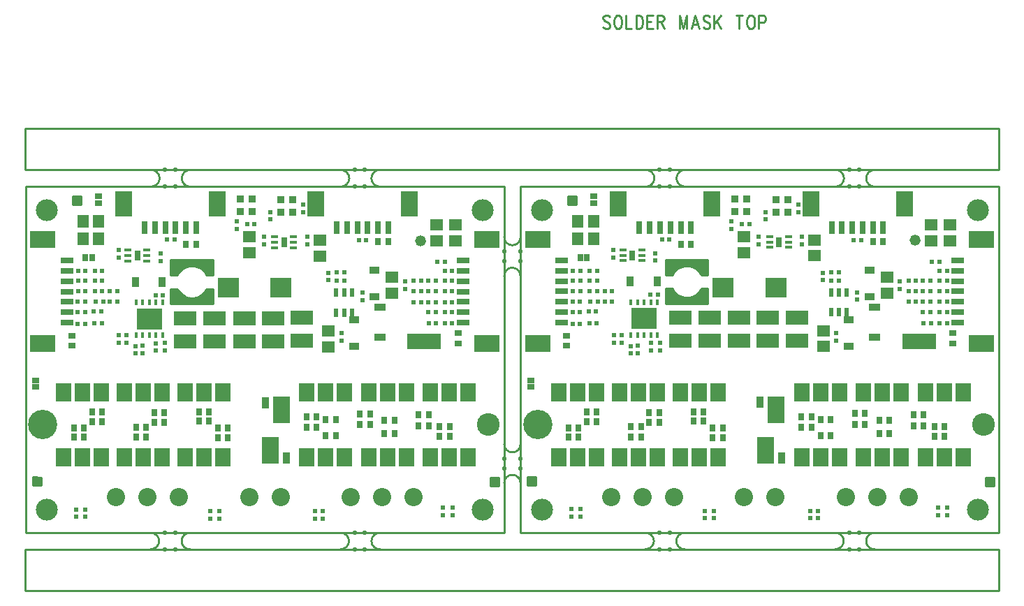
<source format=gbr>
*
%LPD*%
%LN2FOC-SMT*%
%FSLAX24Y24*%
%MOIN*%
%SRX1Y1I0.0J0.0*%
%AD*%
%ADD11C,0.010000*%
%ADD18C,0.009130*%
%ADD81C,0.087000*%
%ADD82R,0.104360X0.096490*%
%ADD84C,0.104360*%
%ADD85R,0.026000X0.037000*%
%ADD86R,0.037000X0.026000*%
%ADD87C,0.042000*%
%ADD88C,0.139800*%
%ADD89C,0.108300*%
%ADD90R,0.023650X0.023650*%
%ADD91R,0.054000X0.062000*%
%ADD92R,0.062000X0.054000*%
%ADD93R,0.162000X0.078000*%
%ADD94R,0.034000X0.034000*%
%ADD95R,0.081920X0.127200*%
%ADD96R,0.031920X0.057120*%
%ADD97R,0.077000X0.086000*%
%ADD98R,0.033500X0.013810*%
%ADD99R,0.031530X0.049240*%
%ADD100R,0.108000X0.065000*%
%ADD101R,0.021690X0.021690*%
%ADD102R,0.050030X0.037830*%
%ADD103R,0.037830X0.050030*%
%ADD104R,0.053180X0.037430*%
%ADD105R,0.017750X0.025620*%
%ADD106R,0.120110X0.104360*%
%ADD107R,0.022870X0.043340*%
%ADD108C,0.052000*%
%ADD109R,0.064990X0.029560*%
%ADD110R,0.120110X0.084680*%
%ADD111R,0.029560X0.064990*%
%ADD112R,0.084680X0.120110*%
%ADD113C,0.022000*%
G54D11*
G1X9385Y26153D2*
G1X9785Y26150D1*
G1X9785Y25753D1*
G1X9385Y25753D1*
G1X9385Y26153D1*
G1X29307Y12727D2*
G1X29707Y12725D1*
G1X29707Y12328D1*
G1X29307Y12328D1*
G1X29307Y12727D1*
G1X7456Y12747D2*
G1X7856Y12745D1*
G1X7856Y12347D1*
G1X7456Y12347D1*
G1X7456Y12747D1*
G1X9404Y25753D2*
G1X9785Y26134D1*
G1X9531Y25753D2*
G1X9785Y26007D1*
G1X9658Y25753D2*
G1X9785Y25880D1*
G1X9385Y25862D2*
G1X9674Y26151D1*
G1X9385Y25989D2*
G1X9548Y26152D1*
G1X9385Y26116D2*
G1X9421Y26152D1*
G1X29325Y12328D2*
G1X29707Y12709D1*
G1X29452Y12328D2*
G1X29707Y12582D1*
G1X29580Y12328D2*
G1X29707Y12455D1*
G1X29307Y12437D2*
G1X29596Y12726D1*
G1X29307Y12564D2*
G1X29469Y12726D1*
G1X29307Y12691D2*
G1X29343Y12727D1*
G1X7475Y12347D2*
G1X7856Y12729D1*
G1X7602Y12347D2*
G1X7856Y12602D1*
G1X7729Y12347D2*
G1X7856Y12474D1*
G1X7456Y12456D2*
G1X7745Y12745D1*
G1X7456Y12584D2*
G1X7619Y12746D1*
G1X7456Y12711D2*
G1X7492Y12747D1*
G1X7125Y10087D2*
G1X29959Y10087D1*
G1X29959Y26622D1*
G1X7125Y26622D1*
G1X7125Y10087D1*
G1X13104Y26617D2*
G75*
G3X13105Y27417I17J400D1*
G74*
G1X14995Y27417D2*
G75*
G3X14994Y26617I-17J-400D1*
G74*
G1X22154Y26617D2*
G75*
G3X22155Y27417I17J400D1*
G74*
G1X24045Y27417D2*
G75*
G3X24044Y26617I-17J-400D1*
G74*
G1X13094Y9311D2*
G75*
G3X13095Y10087I16J388D1*
G74*
G1X14975Y10086D2*
G75*
G3X14974Y9307I-16J-390D1*
G74*
G1X22154Y9311D2*
G75*
G3X22155Y10087I16J388D1*
G74*
G1X24035Y10086D2*
G75*
G3X24034Y9307I-16J-390D1*
G74*
G1X30741Y12456D2*
G75*
G3X29965Y12457I-388J16D1*
G74*
G1X29966Y14337D2*
G75*
G3X30745Y14337I390J-16D1*
G74*
G1X7118Y29383D2*
G1X53575Y29383D1*
G1X53575Y27415D1*
G1X7118Y27415D1*
G1X7118Y29383D1*
G1X30740Y10092D2*
G1X53575Y10092D1*
G1X53575Y26627D1*
G1X30740Y26627D1*
G1X30740Y10092D1*
G1X7118Y9304D2*
G1X53575Y9304D1*
G1X53575Y7336D1*
G1X7118Y7336D1*
G1X7118Y9304D1*
G1X30741Y22346D2*
G75*
G3X29965Y22347I-388J16D1*
G74*
G1X29966Y24227D2*
G75*
G3X30745Y24227I390J-16D1*
G74*
G1X38605Y27417D2*
G75*
G3X38604Y26617I-17J-400D1*
G74*
G1X36714Y26617D2*
G75*
G3X36715Y27417I17J400D1*
G74*
G1X45764Y26617D2*
G75*
G3X45765Y27417I17J400D1*
G74*
G1X47655Y27417D2*
G75*
G3X47654Y26617I-17J-400D1*
G74*
G1X47645Y10086D2*
G75*
G3X47644Y9307I-16J-390D1*
G74*
G1X45764Y9311D2*
G75*
G3X45765Y10087I16J388D1*
G74*
G1X38585Y10086D2*
G75*
G3X38584Y9307I-16J-390D1*
G74*
G1X36704Y9311D2*
G75*
G3X36705Y10087I16J388D1*
G74*
G1X14050Y21028D2*
G54D18*
G1X16065Y21028D1*
G1X16065Y21744D1*
G1X15743Y21744D1*
G1X15743Y21740D1*
G1X15739Y21724D1*
G1X15700Y21649D1*
G1X15593Y21520D1*
G1X15459Y21417D1*
G1X15307Y21345D1*
G1X15142Y21309D1*
G1X14973Y21309D1*
G1X14809Y21345D1*
G1X14656Y21417D1*
G1X14523Y21520D1*
G1X14415Y21649D1*
G1X14376Y21724D1*
G1X14372Y21740D1*
G1X14372Y21744D1*
G1X14050Y21744D1*
G1X14050Y21028D1*
G1X14053Y21028D2*
G1X14053Y21744D1*
G1X14099Y21028D2*
G1X14099Y21744D1*
G1X14144Y21028D2*
G1X14144Y21744D1*
G1X14190Y21028D2*
G1X14190Y21744D1*
G1X14236Y21028D2*
G1X14236Y21744D1*
G1X14281Y21028D2*
G1X14281Y21744D1*
G1X14327Y21028D2*
G1X14327Y21744D1*
G1X14373Y21028D2*
G1X14373Y21739D1*
G1X14418Y21028D2*
G1X14418Y21645D1*
G1X14464Y21028D2*
G1X14464Y21590D1*
G1X14510Y21028D2*
G1X14510Y21535D1*
G1X14555Y21028D2*
G1X14555Y21495D1*
G1X14601Y21028D2*
G1X14601Y21459D1*
G1X14647Y21028D2*
G1X14647Y21424D1*
G1X14692Y21028D2*
G1X14692Y21400D1*
G1X14738Y21028D2*
G1X14738Y21378D1*
G1X14784Y21028D2*
G1X14784Y21357D1*
G1X14829Y21028D2*
G1X14829Y21341D1*
G1X14875Y21028D2*
G1X14875Y21330D1*
G1X14921Y21028D2*
G1X14921Y21320D1*
G1X14966Y21028D2*
G1X14966Y21310D1*
G1X15012Y21028D2*
G1X15012Y21309D1*
G1X15058Y21028D2*
G1X15058Y21309D1*
G1X15103Y21028D2*
G1X15103Y21309D1*
G1X15149Y21028D2*
G1X15149Y21310D1*
G1X15195Y21028D2*
G1X15195Y21320D1*
G1X15240Y21028D2*
G1X15240Y21330D1*
G1X15286Y21028D2*
G1X15286Y21341D1*
G1X15332Y21028D2*
G1X15332Y21357D1*
G1X15377Y21028D2*
G1X15377Y21378D1*
G1X15423Y21028D2*
G1X15423Y21400D1*
G1X15469Y21028D2*
G1X15469Y21424D1*
G1X15514Y21028D2*
G1X15514Y21459D1*
G1X15560Y21028D2*
G1X15560Y21495D1*
G1X15606Y21028D2*
G1X15606Y21535D1*
G1X15651Y21028D2*
G1X15651Y21590D1*
G1X15697Y21028D2*
G1X15697Y21645D1*
G1X15743Y21028D2*
G1X15743Y21739D1*
G1X15788Y21028D2*
G1X15788Y21744D1*
G1X15834Y21028D2*
G1X15834Y21744D1*
G1X15880Y21028D2*
G1X15880Y21744D1*
G1X15925Y21028D2*
G1X15925Y21744D1*
G1X15971Y21028D2*
G1X15971Y21744D1*
G1X16017Y21028D2*
G1X16017Y21744D1*
G1X16062Y21028D2*
G1X16062Y21744D1*
G1X14050Y22406D2*
G1X14372Y22406D1*
G1X14372Y22410D1*
G1X14376Y22426D1*
G1X14415Y22501D1*
G1X14523Y22630D1*
G1X14656Y22733D1*
G1X14809Y22805D1*
G1X14973Y22841D1*
G1X15142Y22841D1*
G1X15307Y22805D1*
G1X15459Y22733D1*
G1X15593Y22630D1*
G1X15700Y22501D1*
G1X15739Y22426D1*
G1X15743Y22410D1*
G1X15743Y22406D1*
G1X16065Y22406D1*
G1X16065Y23122D1*
G1X14050Y23122D1*
G1X14050Y22406D1*
G1X14053Y22406D2*
G1X14053Y23122D1*
G1X14099Y22406D2*
G1X14099Y23122D1*
G1X14144Y22406D2*
G1X14144Y23122D1*
G1X14190Y22406D2*
G1X14190Y23122D1*
G1X14236Y22406D2*
G1X14236Y23122D1*
G1X14281Y22406D2*
G1X14281Y23122D1*
G1X14327Y22406D2*
G1X14327Y23122D1*
G1X14373Y22411D2*
G1X14373Y23122D1*
G1X14418Y22505D2*
G1X14418Y23122D1*
G1X14464Y22560D2*
G1X14464Y23122D1*
G1X14510Y22614D2*
G1X14510Y23122D1*
G1X14555Y22655D2*
G1X14555Y23122D1*
G1X14601Y22691D2*
G1X14601Y23122D1*
G1X14647Y22726D2*
G1X14647Y23122D1*
G1X14692Y22750D2*
G1X14692Y23122D1*
G1X14738Y22772D2*
G1X14738Y23122D1*
G1X14784Y22793D2*
G1X14784Y23122D1*
G1X14829Y22809D2*
G1X14829Y23122D1*
G1X14875Y22819D2*
G1X14875Y23122D1*
G1X14921Y22830D2*
G1X14921Y23122D1*
G1X14966Y22840D2*
G1X14966Y23122D1*
G1X15012Y22841D2*
G1X15012Y23122D1*
G1X15058Y22841D2*
G1X15058Y23122D1*
G1X15103Y22841D2*
G1X15103Y23122D1*
G1X15149Y22840D2*
G1X15149Y23122D1*
G1X15195Y22830D2*
G1X15195Y23122D1*
G1X15240Y22819D2*
G1X15240Y23122D1*
G1X15286Y22809D2*
G1X15286Y23122D1*
G1X15332Y22793D2*
G1X15332Y23122D1*
G1X15377Y22772D2*
G1X15377Y23122D1*
G1X15423Y22750D2*
G1X15423Y23122D1*
G1X15469Y22726D2*
G1X15469Y23122D1*
G1X15514Y22691D2*
G1X15514Y23122D1*
G1X15560Y22655D2*
G1X15560Y23122D1*
G1X15606Y22614D2*
G1X15606Y23122D1*
G1X15651Y22560D2*
G1X15651Y23122D1*
G1X15697Y22505D2*
G1X15697Y23122D1*
G1X15743Y22411D2*
G1X15743Y23122D1*
G1X15788Y22406D2*
G1X15788Y23122D1*
G1X15834Y22406D2*
G1X15834Y23122D1*
G1X15880Y22406D2*
G1X15880Y23122D1*
G1X15925Y22406D2*
G1X15925Y23122D1*
G1X15971Y22406D2*
G1X15971Y23122D1*
G1X16017Y22406D2*
G1X16017Y23122D1*
G1X16062Y22406D2*
G1X16062Y23122D1*
G54D81*
G1X17792Y11804D3*
G1X19292Y11804D3*
G1X11442Y11804D3*
G1X12942Y11804D3*
G1X14442Y11804D3*
G1X22642Y11804D3*
G1X24142Y11804D3*
G1X25642Y11804D3*
G54D82*
G1X16790Y21799D3*
G1X19310Y21799D3*
G54D84*
G1X8142Y11204D3*
G1X28942Y11204D3*
G1X8142Y25504D3*
G1X28942Y25504D3*
G54D85*
G1X10294Y23236D3*
G1X9979Y23236D3*
G1X9904Y14654D3*
G1X9424Y14654D3*
G1X12876Y14673D3*
G1X12396Y14673D3*
G1X16774Y15087D3*
G1X16294Y15087D3*
G1X10290Y15402D3*
G1X10770Y15402D3*
G1X13263Y15815D3*
G1X13743Y15815D3*
G1X15389Y15874D3*
G1X15869Y15874D3*
G1X15389Y15421D3*
G1X15869Y15421D3*
G1X9904Y15106D3*
G1X9424Y15106D3*
G1X12876Y15146D3*
G1X12396Y15146D3*
G1X16774Y14634D3*
G1X16294Y14634D3*
G1X10290Y15854D3*
G1X10770Y15854D3*
G1X13263Y15362D3*
G1X13743Y15362D3*
G1X21932Y14732D3*
G1X21452Y14732D3*
G1X24727Y14831D3*
G1X24247Y14831D3*
G1X27365Y14693D3*
G1X26885Y14693D3*
G1X20526Y15638D3*
G1X21006Y15638D3*
G1X23085Y15776D3*
G1X23565Y15776D3*
G1X25881Y15717D3*
G1X26361Y15717D3*
G1X20526Y15126D3*
G1X21006Y15126D3*
G1X21932Y15480D3*
G1X21452Y15480D3*
G1X24727Y15461D3*
G1X24247Y15461D3*
G1X23085Y15264D3*
G1X23565Y15264D3*
G1X27365Y15166D3*
G1X26885Y15166D3*
G1X25881Y15205D3*
G1X26361Y15205D3*
G1X24432Y23984D3*
G1X23952Y23984D3*
G1X15258Y23866D3*
G1X14778Y23866D3*
G54D86*
G1X7617Y17055D3*
G1X7617Y17370D3*
G1X9329Y19500D3*
G1X9329Y19020D3*
G1X27755Y19618D3*
G1X27755Y19138D3*
G1X10609Y26150D3*
G1X10609Y25835D3*
G54D87*
G1X9585Y25953D3*
G1X29507Y12528D3*
G1X7656Y12547D3*
G54D88*
G1X7945Y15254D3*
G54D89*
G1X29205Y15254D3*
G54D90*
G1X10786Y22587D3*
G1X10432Y22587D3*
G1X10786Y21622D3*
G1X10432Y21622D3*
G1X10825Y21130D3*
G1X10471Y21130D3*
G1X10766Y20087D3*
G1X10412Y20087D3*
G1X9979Y22114D3*
G1X9625Y22114D3*
G1X9979Y21622D3*
G1X9625Y21622D3*
G1X9959Y21130D3*
G1X9605Y21130D3*
G1X9959Y20618D3*
G1X9605Y20618D3*
G1X10727Y20658D3*
G1X10373Y20658D3*
G1X10786Y22114D3*
G1X10432Y22114D3*
G1X9625Y22587D3*
G1X9979Y22587D3*
G1X9605Y20067D3*
G1X9959Y20067D3*
G1X27479Y20087D3*
G1X27125Y20087D3*
G1X26337Y20618D3*
G1X26692Y20618D3*
G1X26337Y22114D3*
G1X26692Y22114D3*
G1X27479Y22587D3*
G1X27125Y22587D3*
G1X11140Y21622D3*
G1X11495Y21622D3*
G1X27125Y22114D3*
G1X27479Y22114D3*
G1X27125Y21622D3*
G1X27479Y21622D3*
G1X27125Y21110D3*
G1X27479Y21110D3*
G1X27125Y20618D3*
G1X27479Y20618D3*
G1X26711Y20087D3*
G1X26357Y20087D3*
G1X26692Y21110D3*
G1X26337Y21110D3*
G1X26692Y21622D3*
G1X26337Y21622D3*
G1X26003Y22114D3*
G1X25648Y22114D3*
G1X11140Y21130D3*
G1X11495Y21130D3*
G1X25648Y21622D3*
G1X26003Y21622D3*
G1X25648Y21110D3*
G1X26003Y21110D3*
G1X27125Y23020D3*
G1X26770Y23020D3*
G1X18503Y23866D3*
G1X18503Y24221D3*
G1X18818Y25402D3*
G1X18818Y25047D3*
G1X20373Y25756D3*
G1X20373Y25402D3*
G1X17203Y24949D3*
G1X17203Y24595D3*
G1X18050Y24831D3*
G1X17696Y24831D3*
G1X14231Y24083D3*
G1X13877Y24083D3*
G1X23385Y24063D3*
G1X23030Y24063D3*
G1X15924Y11130D3*
G1X15924Y10776D3*
G1X9979Y10854D3*
G1X9979Y11209D3*
G1X16357Y10776D3*
G1X16357Y11130D3*
G1X25235Y22095D3*
G1X25235Y21740D3*
G1X22203Y19260D3*
G1X22203Y19614D3*
G1X27046Y11288D3*
G1X27046Y10933D3*
G1X20944Y11130D3*
G1X20944Y10776D3*
G1X27499Y10933D3*
G1X27499Y11288D3*
G1X21318Y10776D3*
G1X21318Y11130D3*
G1X20570Y23866D3*
G1X20570Y24221D3*
G1X13562Y23433D3*
G1X13562Y23079D3*
G1X11554Y23236D3*
G1X11554Y23591D3*
G1X12715Y18669D3*
G1X12715Y19024D3*
G1X13680Y21445D3*
G1X13325Y21445D3*
G1X13345Y19142D3*
G1X13345Y18788D3*
G1X12381Y18650D3*
G1X12381Y19004D3*
G1X11574Y19516D3*
G1X11574Y19162D3*
G1X11948Y19516D3*
G1X11948Y19162D3*
G1X13778Y19162D3*
G1X13778Y18807D3*
G1X23188Y21209D3*
G1X23188Y21563D3*
G1X9546Y11209D3*
G1X9546Y10854D3*
G1X21967Y22528D3*
G1X22322Y22528D3*
G1X21554Y22154D3*
G1X21554Y22508D3*
G1X21967Y22134D3*
G1X22322Y22134D3*
G54D91*
G1X9855Y24122D3*
G1X10615Y24122D3*
G1X9855Y24969D3*
G1X10615Y24969D3*
G54D92*
G1X26731Y24797D3*
G1X26731Y24037D3*
G1X27636Y24797D3*
G1X27636Y24037D3*
G1X17794Y23467D3*
G1X17794Y24227D3*
G1X21160Y23309D3*
G1X21160Y24069D3*
G1X21574Y18978D3*
G1X21574Y19738D3*
G1X24605Y22297D3*
G1X24605Y21537D3*
G54D93*
G1X26140Y19221D3*
G54D94*
G1X19881Y25997D3*
G1X19881Y25397D3*
G1X19310Y25397D3*
G1X19310Y25997D3*
G1X17932Y26036D3*
G1X17932Y25436D3*
G1X17361Y25436D3*
G1X17361Y26036D3*
G54D95*
G1X18807Y14018D3*
G1X19327Y15958D3*
G54D96*
G1X19576Y13666D3*
G1X18557Y16310D3*
G54D97*
G1X8942Y13704D3*
G1X9842Y13704D3*
G1X10742Y13704D3*
G1X22342Y16804D3*
G1X21442Y16804D3*
G1X20542Y16804D3*
G1X25292Y16804D3*
G1X24392Y16804D3*
G1X23492Y16804D3*
G1X28242Y16804D3*
G1X27342Y16804D3*
G1X26442Y16804D3*
G1X11842Y13704D3*
G1X12742Y13704D3*
G1X13642Y13704D3*
G1X14742Y13704D3*
G1X15642Y13704D3*
G1X16542Y13704D3*
G1X10742Y16804D3*
G1X9842Y16804D3*
G1X8942Y16804D3*
G1X13642Y16804D3*
G1X12742Y16804D3*
G1X11842Y16804D3*
G1X16542Y16804D3*
G1X15642Y16804D3*
G1X14742Y16804D3*
G1X20542Y13704D3*
G1X21442Y13704D3*
G1X22342Y13704D3*
G1X23492Y13704D3*
G1X24392Y13704D3*
G1X25292Y13704D3*
G1X26442Y13704D3*
G1X27342Y13704D3*
G1X28242Y13704D3*
G54D98*
G1X19014Y24221D3*
G1X19014Y23965D3*
G1X19014Y23709D3*
G1X19920Y23709D3*
G1X19920Y23965D3*
G1X19920Y24221D3*
G1X12007Y23591D3*
G1X12007Y23335D3*
G1X12007Y23079D3*
G1X12912Y23079D3*
G1X12912Y23335D3*
G1X12912Y23591D3*
G54D99*
G1X19467Y23965D3*
G1X12459Y23335D3*
G54D100*
G1X14743Y20341D3*
G1X14743Y19241D3*
G1X18936Y19241D3*
G1X18936Y20341D3*
G1X17558Y19241D3*
G1X17558Y20341D3*
G1X20314Y19261D3*
G1X20314Y20361D3*
G1X16140Y19241D3*
G1X16140Y20341D3*
G54D101*
G1X15058Y21169D3*
G1X15058Y22980D3*
G54D102*
G1X22794Y18984D3*
G1X22794Y20272D3*
G1X23778Y21347D3*
G1X23778Y22634D3*
G54D103*
G1X12361Y22075D3*
G1X13648Y22075D3*
G54D104*
G1X24034Y19437D3*
G1X24034Y20854D3*
G54D105*
G1X13654Y21099D3*
G1X13339Y21099D3*
G1X13024Y21099D3*
G1X12710Y21099D3*
G1X12395Y21099D3*
G1X12395Y19524D3*
G1X12710Y19524D3*
G1X13024Y19524D3*
G1X13339Y19524D3*
G1X13654Y19524D3*
G54D106*
G1X13024Y20311D3*
G54D107*
G1X22696Y21573D3*
G1X22322Y21573D3*
G1X21948Y21573D3*
G1X21948Y20608D3*
G1X22322Y20608D3*
G1X22696Y20608D3*
G54D108*
G1X25963Y24043D3*
G54D109*
G1X27991Y20136D3*
G1X27991Y20628D3*
G1X27991Y21120D3*
G1X27991Y21612D3*
G1X27991Y22104D3*
G1X27991Y22597D3*
G1X27991Y23089D3*
G1X9093Y23089D3*
G1X9093Y22597D3*
G1X9093Y22104D3*
G1X9093Y21612D3*
G1X9093Y21120D3*
G1X9093Y20628D3*
G1X9093Y20136D3*
G54D110*
G1X29133Y24093D3*
G1X29133Y19132D3*
G1X7951Y19132D3*
G1X7951Y24093D3*
G54D111*
G1X15264Y24654D3*
G1X14772Y24654D3*
G1X14280Y24654D3*
G1X13788Y24654D3*
G1X13296Y24654D3*
G1X12804Y24654D3*
G1X24438Y24654D3*
G1X23946Y24654D3*
G1X23453Y24654D3*
G1X22961Y24654D3*
G1X22469Y24654D3*
G1X21977Y24654D3*
G54D112*
G1X16268Y25795D3*
G1X11800Y25795D3*
G1X25442Y25795D3*
G1X20973Y25795D3*
G54D113*
G1X13784Y26631D3*
G1X14257Y27419D3*
G1X13784Y27419D3*
G1X14257Y26631D3*
G1X23312Y27419D3*
G1X22839Y27419D3*
G1X22839Y26631D3*
G1X23312Y26631D3*
G1X14257Y10096D3*
G1X13784Y10096D3*
G1X13784Y9308D3*
G1X14257Y9308D3*
G1X23312Y10096D3*
G1X22839Y10096D3*
G1X22839Y9308D3*
G1X23312Y9308D3*
G1X29965Y13157D3*
G1X29965Y13629D3*
G1X30752Y13157D3*
G1X30752Y13629D3*
G1X29965Y23057D3*
G1X29965Y23529D3*
G1X30752Y23057D3*
G1X30752Y23529D3*
G1X37384Y27419D3*
G1X37857Y27419D3*
G1X37384Y26631D3*
G1X37857Y26631D3*
G1X46439Y27419D3*
G1X46912Y27419D3*
G1X46439Y26631D3*
G1X46912Y26631D3*
G1X37384Y10096D3*
G1X37857Y10096D3*
G1X37857Y9308D3*
G1X37384Y9308D3*
G1X46439Y10096D3*
G1X46912Y10096D3*
G1X46439Y9308D3*
G1X46912Y9308D3*
G1X33001Y26158D2*
G54D11*
G1X33401Y26155D1*
G1X33401Y25758D1*
G1X33001Y25758D1*
G1X33001Y26158D1*
G1X52922Y12733D2*
G1X53322Y12730D1*
G1X53322Y12333D1*
G1X52922Y12333D1*
G1X52922Y12733D1*
G1X31072Y12752D2*
G1X31472Y12750D1*
G1X31472Y12353D1*
G1X31072Y12353D1*
G1X31072Y12752D1*
G1X33019Y25758D2*
G1X33401Y26140D1*
G1X33147Y25758D2*
G1X33401Y26012D1*
G1X33274Y25758D2*
G1X33401Y25885D1*
G1X33001Y25867D2*
G1X33290Y26156D1*
G1X33001Y25994D2*
G1X33163Y26157D1*
G1X33001Y26121D2*
G1X33037Y26157D1*
G1X52941Y12333D2*
G1X53322Y12714D1*
G1X53068Y12333D2*
G1X53322Y12587D1*
G1X53195Y12333D2*
G1X53322Y12460D1*
G1X52922Y12442D2*
G1X53211Y12731D1*
G1X52922Y12569D2*
G1X53085Y12732D1*
G1X52922Y12696D2*
G1X52958Y12732D1*
G1X31090Y12353D2*
G1X31472Y12734D1*
G1X31217Y12353D2*
G1X31472Y12607D1*
G1X31345Y12353D2*
G1X31472Y12480D1*
G1X31072Y12461D2*
G1X31361Y12750D1*
G1X31072Y12589D2*
G1X31234Y12751D1*
G1X31072Y12716D2*
G1X31108Y12752D1*
G1X30740Y10092D2*
G1X53575Y10092D1*
G1X53575Y26627D1*
G1X30740Y26627D1*
G1X30740Y10092D1*
G1X37666Y21033D2*
G54D18*
G1X39681Y21033D1*
G1X39681Y21749D1*
G1X39359Y21749D1*
G1X39359Y21745D1*
G1X39355Y21729D1*
G1X39316Y21654D1*
G1X39208Y21525D1*
G1X39075Y21422D1*
G1X38922Y21350D1*
G1X38758Y21314D1*
G1X38589Y21314D1*
G1X38424Y21350D1*
G1X38272Y21422D1*
G1X38138Y21525D1*
G1X38031Y21654D1*
G1X37992Y21729D1*
G1X37988Y21745D1*
G1X37988Y21749D1*
G1X37666Y21749D1*
G1X37666Y21033D1*
G1X37669Y21033D2*
G1X37669Y21749D1*
G1X37714Y21033D2*
G1X37714Y21749D1*
G1X37760Y21033D2*
G1X37760Y21749D1*
G1X37806Y21033D2*
G1X37806Y21749D1*
G1X37851Y21033D2*
G1X37851Y21749D1*
G1X37897Y21033D2*
G1X37897Y21749D1*
G1X37943Y21033D2*
G1X37943Y21749D1*
G1X37988Y21033D2*
G1X37988Y21744D1*
G1X38034Y21033D2*
G1X38034Y21650D1*
G1X38080Y21033D2*
G1X38080Y21595D1*
G1X38125Y21033D2*
G1X38125Y21541D1*
G1X38171Y21033D2*
G1X38171Y21500D1*
G1X38217Y21033D2*
G1X38217Y21464D1*
G1X38262Y21033D2*
G1X38262Y21429D1*
G1X38308Y21033D2*
G1X38308Y21405D1*
G1X38354Y21033D2*
G1X38354Y21383D1*
G1X38399Y21033D2*
G1X38399Y21362D1*
G1X38445Y21033D2*
G1X38445Y21346D1*
G1X38491Y21033D2*
G1X38491Y21336D1*
G1X38536Y21033D2*
G1X38536Y21325D1*
G1X38582Y21033D2*
G1X38582Y21315D1*
G1X38628Y21033D2*
G1X38628Y21314D1*
G1X38673Y21033D2*
G1X38673Y21314D1*
G1X38719Y21033D2*
G1X38719Y21314D1*
G1X38765Y21033D2*
G1X38765Y21315D1*
G1X38810Y21033D2*
G1X38810Y21325D1*
G1X38856Y21033D2*
G1X38856Y21336D1*
G1X38902Y21033D2*
G1X38902Y21346D1*
G1X38947Y21033D2*
G1X38947Y21362D1*
G1X38993Y21033D2*
G1X38993Y21383D1*
G1X39039Y21033D2*
G1X39039Y21405D1*
G1X39084Y21033D2*
G1X39084Y21429D1*
G1X39130Y21033D2*
G1X39130Y21464D1*
G1X39176Y21033D2*
G1X39176Y21500D1*
G1X39221Y21033D2*
G1X39221Y21541D1*
G1X39267Y21033D2*
G1X39267Y21595D1*
G1X39313Y21033D2*
G1X39313Y21650D1*
G1X39358Y21033D2*
G1X39358Y21744D1*
G1X39404Y21033D2*
G1X39404Y21749D1*
G1X39450Y21033D2*
G1X39450Y21749D1*
G1X39495Y21033D2*
G1X39495Y21749D1*
G1X39541Y21033D2*
G1X39541Y21749D1*
G1X39587Y21033D2*
G1X39587Y21749D1*
G1X39632Y21033D2*
G1X39632Y21749D1*
G1X39678Y21033D2*
G1X39678Y21749D1*
G1X37666Y22411D2*
G1X37988Y22411D1*
G1X37988Y22415D1*
G1X37992Y22431D1*
G1X38031Y22506D1*
G1X38138Y22635D1*
G1X38272Y22738D1*
G1X38424Y22810D1*
G1X38589Y22846D1*
G1X38758Y22846D1*
G1X38922Y22810D1*
G1X39075Y22738D1*
G1X39208Y22635D1*
G1X39316Y22506D1*
G1X39355Y22431D1*
G1X39359Y22415D1*
G1X39359Y22411D1*
G1X39681Y22411D1*
G1X39681Y23127D1*
G1X37666Y23127D1*
G1X37666Y22411D1*
G1X37669Y22411D2*
G1X37669Y23127D1*
G1X37714Y22411D2*
G1X37714Y23127D1*
G1X37760Y22411D2*
G1X37760Y23127D1*
G1X37806Y22411D2*
G1X37806Y23127D1*
G1X37851Y22411D2*
G1X37851Y23127D1*
G1X37897Y22411D2*
G1X37897Y23127D1*
G1X37943Y22411D2*
G1X37943Y23127D1*
G1X37988Y22416D2*
G1X37988Y23127D1*
G1X38034Y22510D2*
G1X38034Y23127D1*
G1X38080Y22565D2*
G1X38080Y23127D1*
G1X38125Y22620D2*
G1X38125Y23127D1*
G1X38171Y22660D2*
G1X38171Y23127D1*
G1X38217Y22696D2*
G1X38217Y23127D1*
G1X38262Y22731D2*
G1X38262Y23127D1*
G1X38308Y22755D2*
G1X38308Y23127D1*
G1X38354Y22777D2*
G1X38354Y23127D1*
G1X38399Y22798D2*
G1X38399Y23127D1*
G1X38445Y22814D2*
G1X38445Y23127D1*
G1X38491Y22825D2*
G1X38491Y23127D1*
G1X38536Y22835D2*
G1X38536Y23127D1*
G1X38582Y22845D2*
G1X38582Y23127D1*
G1X38628Y22846D2*
G1X38628Y23127D1*
G1X38673Y22846D2*
G1X38673Y23127D1*
G1X38719Y22846D2*
G1X38719Y23127D1*
G1X38765Y22845D2*
G1X38765Y23127D1*
G1X38810Y22835D2*
G1X38810Y23127D1*
G1X38856Y22825D2*
G1X38856Y23127D1*
G1X38902Y22814D2*
G1X38902Y23127D1*
G1X38947Y22798D2*
G1X38947Y23127D1*
G1X38993Y22777D2*
G1X38993Y23127D1*
G1X39039Y22755D2*
G1X39039Y23127D1*
G1X39084Y22731D2*
G1X39084Y23127D1*
G1X39130Y22696D2*
G1X39130Y23127D1*
G1X39176Y22660D2*
G1X39176Y23127D1*
G1X39221Y22620D2*
G1X39221Y23127D1*
G1X39267Y22565D2*
G1X39267Y23127D1*
G1X39313Y22510D2*
G1X39313Y23127D1*
G1X39358Y22416D2*
G1X39358Y23127D1*
G1X39404Y22411D2*
G1X39404Y23127D1*
G1X39450Y22411D2*
G1X39450Y23127D1*
G1X39495Y22411D2*
G1X39495Y23127D1*
G1X39541Y22411D2*
G1X39541Y23127D1*
G1X39587Y22411D2*
G1X39587Y23127D1*
G1X39632Y22411D2*
G1X39632Y23127D1*
G1X39678Y22411D2*
G1X39678Y23127D1*
G54D81*
G1X41408Y11810D3*
G1X42908Y11810D3*
G1X35058Y11810D3*
G1X36558Y11810D3*
G1X38058Y11810D3*
G1X46258Y11810D3*
G1X47758Y11810D3*
G1X49258Y11810D3*
G54D82*
G1X40406Y21804D3*
G1X42925Y21804D3*
G54D84*
G1X31758Y11210D3*
G1X52558Y11210D3*
G1X31758Y25510D3*
G1X52558Y25510D3*
G54D85*
G1X33909Y23241D3*
G1X33595Y23241D3*
G1X33520Y14659D3*
G1X33040Y14659D3*
G1X36492Y14678D3*
G1X36012Y14678D3*
G1X40390Y15092D3*
G1X39910Y15092D3*
G1X33906Y15407D3*
G1X34386Y15407D3*
G1X36878Y15820D3*
G1X37358Y15820D3*
G1X39004Y15879D3*
G1X39484Y15879D3*
G1X39004Y15427D3*
G1X39484Y15427D3*
G1X33520Y15112D3*
G1X33040Y15112D3*
G1X36492Y15151D3*
G1X36012Y15151D3*
G1X40390Y14639D3*
G1X39910Y14639D3*
G1X33906Y15860D3*
G1X34386Y15860D3*
G1X36878Y15367D3*
G1X37358Y15367D3*
G1X45547Y14738D3*
G1X45067Y14738D3*
G1X48342Y14836D3*
G1X47862Y14836D3*
G1X50980Y14698D3*
G1X50500Y14698D3*
G1X44142Y15643D3*
G1X44622Y15643D3*
G1X46701Y15781D3*
G1X47181Y15781D3*
G1X49496Y15722D3*
G1X49976Y15722D3*
G1X44142Y15131D3*
G1X44622Y15131D3*
G1X45547Y15486D3*
G1X45067Y15486D3*
G1X48342Y15466D3*
G1X47862Y15466D3*
G1X46701Y15269D3*
G1X47181Y15269D3*
G1X50980Y15171D3*
G1X50500Y15171D3*
G1X49496Y15210D3*
G1X49976Y15210D3*
G1X48047Y23990D3*
G1X47567Y23990D3*
G1X38874Y23871D3*
G1X38394Y23871D3*
G54D86*
G1X31232Y17060D3*
G1X31232Y17375D3*
G1X32945Y19505D3*
G1X32945Y19025D3*
G1X51370Y19623D3*
G1X51370Y19143D3*
G1X34224Y26155D3*
G1X34224Y25840D3*
G54D87*
G1X33201Y25958D3*
G1X53122Y12533D3*
G1X31272Y12553D3*
G54D88*
G1X31561Y15260D3*
G54D89*
G1X52821Y15260D3*
G54D90*
G1X34402Y22592D3*
G1X34047Y22592D3*
G1X34402Y21627D3*
G1X34047Y21627D3*
G1X34441Y21135D3*
G1X34087Y21135D3*
G1X34382Y20092D3*
G1X34028Y20092D3*
G1X33595Y22119D3*
G1X33240Y22119D3*
G1X33595Y21627D3*
G1X33240Y21627D3*
G1X33575Y21135D3*
G1X33221Y21135D3*
G1X33575Y20623D3*
G1X33221Y20623D3*
G1X34343Y20663D3*
G1X33988Y20663D3*
G1X34402Y22119D3*
G1X34047Y22119D3*
G1X33240Y22592D3*
G1X33595Y22592D3*
G1X33221Y20072D3*
G1X33575Y20072D3*
G1X51095Y20092D3*
G1X50740Y20092D3*
G1X49953Y20623D3*
G1X50307Y20623D3*
G1X49953Y22119D3*
G1X50307Y22119D3*
G1X51095Y22592D3*
G1X50740Y22592D3*
G1X34756Y21627D3*
G1X35110Y21627D3*
G1X50740Y22119D3*
G1X51095Y22119D3*
G1X50740Y21627D3*
G1X51095Y21627D3*
G1X50740Y21115D3*
G1X51095Y21115D3*
G1X50740Y20623D3*
G1X51095Y20623D3*
G1X50327Y20092D3*
G1X49972Y20092D3*
G1X50307Y21115D3*
G1X49953Y21115D3*
G1X50307Y21627D3*
G1X49953Y21627D3*
G1X49618Y22119D3*
G1X49264Y22119D3*
G1X34756Y21135D3*
G1X35110Y21135D3*
G1X49264Y21627D3*
G1X49618Y21627D3*
G1X49264Y21115D3*
G1X49618Y21115D3*
G1X50740Y23025D3*
G1X50386Y23025D3*
G1X42118Y23871D3*
G1X42118Y24226D3*
G1X42433Y25407D3*
G1X42433Y25053D3*
G1X43988Y25761D3*
G1X43988Y25407D3*
G1X40819Y24954D3*
G1X40819Y24600D3*
G1X41665Y24836D3*
G1X41311Y24836D3*
G1X37846Y24088D3*
G1X37492Y24088D3*
G1X47000Y24068D3*
G1X46646Y24068D3*
G1X39539Y11135D3*
G1X39539Y10781D3*
G1X33595Y10860D3*
G1X33595Y11214D3*
G1X39972Y10781D3*
G1X39972Y11135D3*
G1X48850Y22100D3*
G1X48850Y21745D3*
G1X45819Y19265D3*
G1X45819Y19619D3*
G1X50661Y11293D3*
G1X50661Y10938D3*
G1X44559Y11135D3*
G1X44559Y10781D3*
G1X51114Y10938D3*
G1X51114Y11293D3*
G1X44933Y10781D3*
G1X44933Y11135D3*
G1X44185Y23871D3*
G1X44185Y24226D3*
G1X37177Y23438D3*
G1X37177Y23084D3*
G1X35169Y23241D3*
G1X35169Y23596D3*
G1X36331Y18675D3*
G1X36331Y19029D3*
G1X37295Y21450D3*
G1X36941Y21450D3*
G1X36961Y19147D3*
G1X36961Y18793D3*
G1X35996Y18655D3*
G1X35996Y19009D3*
G1X35189Y19521D3*
G1X35189Y19167D3*
G1X35563Y19521D3*
G1X35563Y19167D3*
G1X37394Y19167D3*
G1X37394Y18812D3*
G1X46803Y21214D3*
G1X46803Y21568D3*
G1X33161Y11214D3*
G1X33161Y10860D3*
G1X45583Y22533D3*
G1X45937Y22533D3*
G1X45169Y22159D3*
G1X45169Y22513D3*
G1X45583Y22139D3*
G1X45937Y22139D3*
G54D91*
G1X33470Y24127D3*
G1X34230Y24127D3*
G1X33470Y24974D3*
G1X34230Y24974D3*
G54D92*
G1X50346Y24803D3*
G1X50346Y24043D3*
G1X51252Y24803D3*
G1X51252Y24043D3*
G1X41409Y23472D3*
G1X41409Y24232D3*
G1X44776Y23314D3*
G1X44776Y24074D3*
G1X45189Y18984D3*
G1X45189Y19744D3*
G1X48221Y22303D3*
G1X48221Y21543D3*
G54D93*
G1X49756Y19226D3*
G54D94*
G1X43496Y26002D3*
G1X43496Y25402D3*
G1X42925Y25402D3*
G1X42925Y26002D3*
G1X41547Y26041D3*
G1X41547Y25441D3*
G1X40976Y25441D3*
G1X40976Y26041D3*
G54D95*
G1X42422Y14023D3*
G1X42943Y15963D3*
G54D96*
G1X43192Y13671D3*
G1X42172Y16315D3*
G54D97*
G1X32558Y13710D3*
G1X33458Y13710D3*
G1X34358Y13710D3*
G1X45958Y16810D3*
G1X45058Y16810D3*
G1X44158Y16810D3*
G1X48908Y16810D3*
G1X48008Y16810D3*
G1X47108Y16810D3*
G1X51858Y16810D3*
G1X50958Y16810D3*
G1X50058Y16810D3*
G1X35458Y13710D3*
G1X36358Y13710D3*
G1X37258Y13710D3*
G1X38358Y13710D3*
G1X39258Y13710D3*
G1X40158Y13710D3*
G1X34358Y16810D3*
G1X33458Y16810D3*
G1X32558Y16810D3*
G1X37258Y16810D3*
G1X36358Y16810D3*
G1X35458Y16810D3*
G1X40158Y16810D3*
G1X39258Y16810D3*
G1X38358Y16810D3*
G1X44158Y13710D3*
G1X45058Y13710D3*
G1X45958Y13710D3*
G1X47108Y13710D3*
G1X48008Y13710D3*
G1X48908Y13710D3*
G1X50058Y13710D3*
G1X50958Y13710D3*
G1X51858Y13710D3*
G54D98*
G1X42630Y24226D3*
G1X42630Y23970D3*
G1X42630Y23714D3*
G1X43535Y23714D3*
G1X43535Y23970D3*
G1X43535Y24226D3*
G1X35622Y23596D3*
G1X35622Y23340D3*
G1X35622Y23084D3*
G1X36528Y23084D3*
G1X36528Y23340D3*
G1X36528Y23596D3*
G54D99*
G1X43083Y23970D3*
G1X36075Y23340D3*
G54D100*
G1X38358Y20347D3*
G1X38358Y19247D3*
G1X42551Y19247D3*
G1X42551Y20347D3*
G1X41173Y19247D3*
G1X41173Y20347D3*
G1X43929Y19266D3*
G1X43929Y20366D3*
G1X39756Y19247D3*
G1X39756Y20347D3*
G54D101*
G1X38673Y21175D3*
G1X38673Y22986D3*
G54D102*
G1X46409Y18990D3*
G1X46409Y20277D3*
G1X47394Y21352D3*
G1X47394Y22639D3*
G54D103*
G1X35976Y22080D3*
G1X37264Y22080D3*
G54D104*
G1X47650Y19442D3*
G1X47650Y20860D3*
G54D105*
G1X37270Y21104D3*
G1X36955Y21104D3*
G1X36640Y21104D3*
G1X36325Y21104D3*
G1X36010Y21104D3*
G1X36010Y19529D3*
G1X36325Y19529D3*
G1X36640Y19529D3*
G1X36955Y19529D3*
G1X37270Y19529D3*
G54D106*
G1X36640Y20317D3*
G54D107*
G1X46311Y21578D3*
G1X45937Y21578D3*
G1X45563Y21578D3*
G1X45563Y20614D3*
G1X45937Y20614D3*
G1X46311Y20614D3*
G54D108*
G1X49579Y24049D3*
G54D109*
G1X51606Y20141D3*
G1X51606Y20633D3*
G1X51606Y21125D3*
G1X51606Y21617D3*
G1X51606Y22110D3*
G1X51606Y22602D3*
G1X51606Y23094D3*
G1X32709Y23094D3*
G1X32709Y22602D3*
G1X32709Y22110D3*
G1X32709Y21617D3*
G1X32709Y21125D3*
G1X32709Y20633D3*
G1X32709Y20141D3*
G54D110*
G1X52748Y24098D3*
G1X52748Y19137D3*
G1X31567Y19137D3*
G1X31567Y24098D3*
G54D111*
G1X38880Y24659D3*
G1X38388Y24659D3*
G1X37896Y24659D3*
G1X37404Y24659D3*
G1X36911Y24659D3*
G1X36419Y24659D3*
G1X48053Y24659D3*
G1X47561Y24659D3*
G1X47069Y24659D3*
G1X46577Y24659D3*
G1X46085Y24659D3*
G1X45593Y24659D3*
G54D112*
G1X39884Y25801D3*
G1X35415Y25801D3*
G1X49057Y25801D3*
G1X44589Y25801D3*
G1X35005Y34714D2*
G54D11*
G1X34959Y34777D1*
G1X34891Y34808D1*
G1X34800Y34808D1*
G1X34732Y34777D1*
G1X34687Y34714D1*
G1X34687Y34652D1*
G1X34709Y34589D1*
G1X34732Y34558D1*
G1X34778Y34527D1*
G1X34914Y34464D1*
G1X34959Y34433D1*
G1X34982Y34402D1*
G1X35005Y34339D1*
G1X35005Y34246D1*
G1X34959Y34183D1*
G1X34891Y34152D1*
G1X34800Y34152D1*
G1X34732Y34183D1*
G1X34687Y34246D1*
G1X35346Y34808D2*
G1X35300Y34777D1*
G1X35255Y34714D1*
G1X35232Y34652D1*
G1X35209Y34558D1*
G1X35209Y34402D1*
G1X35232Y34308D1*
G1X35255Y34246D1*
G1X35300Y34183D1*
G1X35346Y34152D1*
G1X35437Y34152D1*
G1X35482Y34183D1*
G1X35528Y34246D1*
G1X35550Y34308D1*
G1X35573Y34402D1*
G1X35573Y34558D1*
G1X35550Y34652D1*
G1X35528Y34714D1*
G1X35482Y34777D1*
G1X35437Y34808D1*
G1X35346Y34808D1*
G1X35778Y34808D2*
G1X35778Y34152D1*
G1X36050Y34152D1*
G1X36255Y34808D2*
G1X36255Y34152D1*
G1X36255Y34808D2*
G1X36414Y34808D1*
G1X36482Y34777D1*
G1X36528Y34714D1*
G1X36550Y34652D1*
G1X36573Y34558D1*
G1X36573Y34402D1*
G1X36550Y34308D1*
G1X36528Y34246D1*
G1X36482Y34183D1*
G1X36414Y34152D1*
G1X36255Y34152D1*
G1X36778Y34808D2*
G1X36778Y34152D1*
G1X36778Y34808D2*
G1X37073Y34808D1*
G1X36778Y34496D2*
G1X36959Y34496D1*
G1X36778Y34152D2*
G1X37073Y34152D1*
G1X37278Y34808D2*
G1X37278Y34152D1*
G1X37278Y34808D2*
G1X37482Y34808D1*
G1X37550Y34777D1*
G1X37573Y34746D1*
G1X37596Y34683D1*
G1X37596Y34621D1*
G1X37573Y34558D1*
G1X37550Y34527D1*
G1X37482Y34496D1*
G1X37278Y34496D1*
G1X37437Y34496D2*
G1X37596Y34152D1*
G1X38323Y34808D2*
G1X38323Y34152D1*
G1X38323Y34808D2*
G1X38505Y34152D1*
G1X38687Y34808D1*
G1X38687Y34152D1*
G1X39073Y34808D2*
G1X38891Y34152D1*
G1X39073Y34808D2*
G1X39255Y34152D1*
G1X38959Y34371D2*
G1X39187Y34371D1*
G1X39778Y34714D2*
G1X39732Y34777D1*
G1X39664Y34808D1*
G1X39573Y34808D1*
G1X39505Y34777D1*
G1X39459Y34714D1*
G1X39459Y34652D1*
G1X39482Y34589D1*
G1X39505Y34558D1*
G1X39550Y34527D1*
G1X39687Y34464D1*
G1X39732Y34433D1*
G1X39755Y34402D1*
G1X39778Y34339D1*
G1X39778Y34246D1*
G1X39732Y34183D1*
G1X39664Y34152D1*
G1X39573Y34152D1*
G1X39505Y34183D1*
G1X39459Y34246D1*
G1X39982Y34808D2*
G1X39982Y34152D1*
G1X40300Y34808D2*
G1X39982Y34371D1*
G1X40096Y34527D2*
G1X40300Y34152D1*
G1X41187Y34808D2*
G1X41187Y34152D1*
G1X41028Y34808D2*
G1X41346Y34808D1*
G1X41687Y34808D2*
G1X41641Y34777D1*
G1X41596Y34714D1*
G1X41573Y34652D1*
G1X41550Y34558D1*
G1X41550Y34402D1*
G1X41573Y34308D1*
G1X41596Y34246D1*
G1X41641Y34183D1*
G1X41687Y34152D1*
G1X41778Y34152D1*
G1X41823Y34183D1*
G1X41869Y34246D1*
G1X41891Y34308D1*
G1X41914Y34402D1*
G1X41914Y34558D1*
G1X41891Y34652D1*
G1X41869Y34714D1*
G1X41823Y34777D1*
G1X41778Y34808D1*
G1X41687Y34808D1*
G1X42119Y34808D2*
G1X42119Y34152D1*
G1X42119Y34808D2*
G1X42323Y34808D1*
G1X42391Y34777D1*
G1X42414Y34746D1*
G1X42437Y34683D1*
G1X42437Y34589D1*
G1X42414Y34527D1*
G1X42391Y34496D1*
G1X42323Y34464D1*
G1X42119Y34464D1*
M2*

</source>
